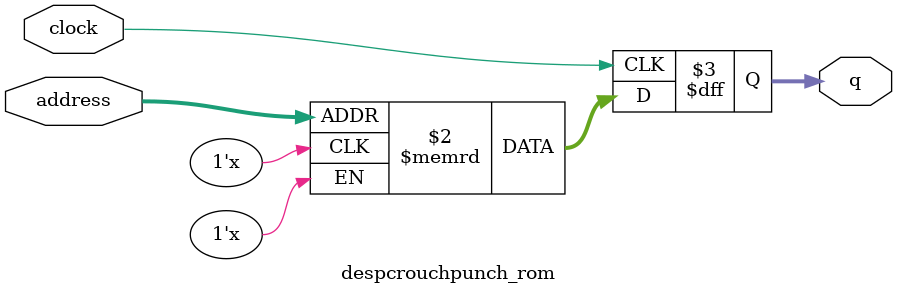
<source format=sv>
module despcrouchpunch_rom (
	input logic clock,
	input logic [11:0] address,
	output logic [3:0] q
);

logic [3:0] memory [0:4095] /* synthesis ram_init_file = "./despcrouchpunch/despcrouchpunch.mif" */;

always_ff @ (posedge clock) begin
	q <= memory[address];
end

endmodule

</source>
